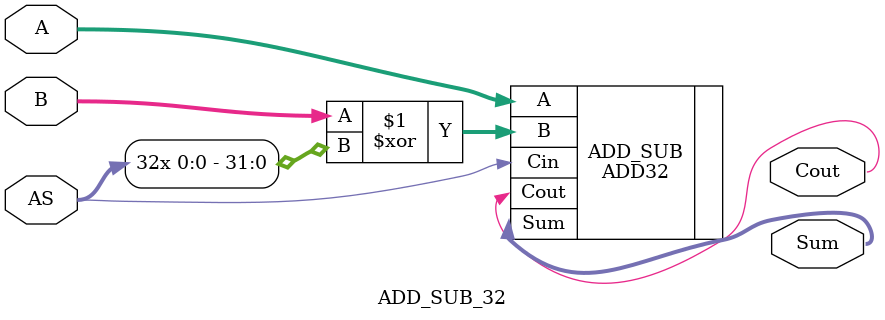
<source format=v>
module ADD_SUB_32(
	input[31:0]A,
	input[31:0]B,
	input AS,
	output[31:0]Sum,
	output Cout
);
ADD32 ADD_SUB(.A(A),.B(B^{32{AS}}),.Cin(AS),.Sum(Sum),.Cout(Cout));
endmodule

</source>
